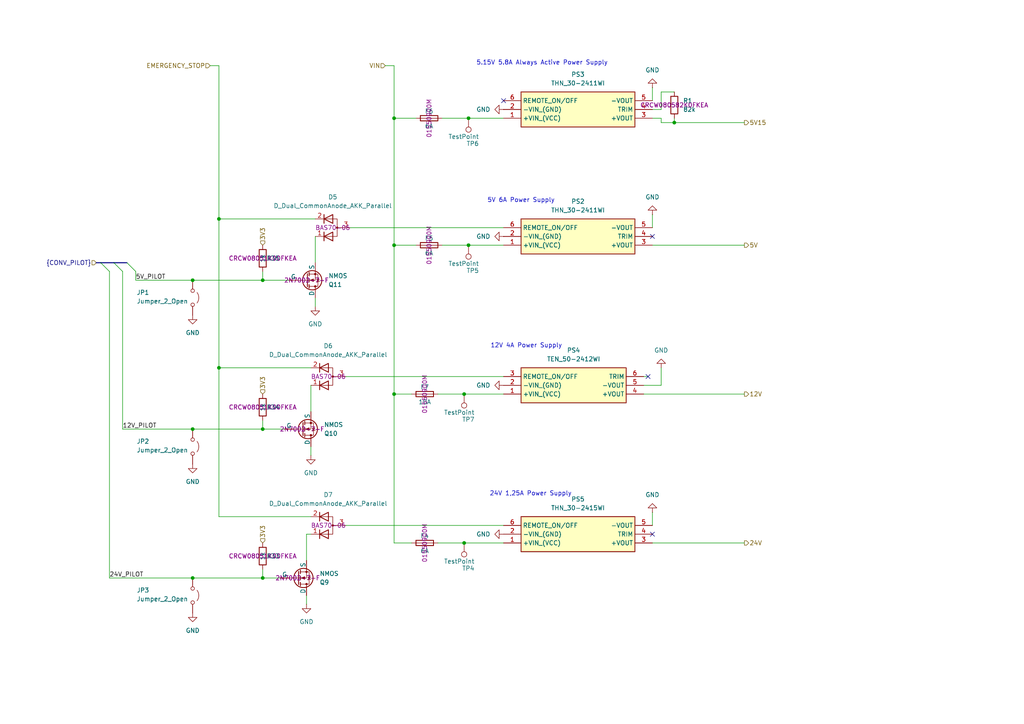
<source format=kicad_sch>
(kicad_sch (version 20250114) (generator "eeschema") (generator_version "9.0")
  (paper "A4")
  (title_block (date "2025-02-10"))
  (lib_symbols
    (symbol "Connector:TestPoint" (pin_numbers (hide yes)) (pin_names (offset 0.762) (hide yes))
      (property "Reference" "TP" (at 0 6.858 0))
      (property "Value" "TestPoint" (at 0 5.08 0))
      (symbol "TestPoint_0_1"
        (circle (center 0 3.302) (radius 0.762))
      )
      (symbol "TestPoint_1_1"
        (pin passive line (at 0 0 90) (length 2.54) (name "1") (number "1"))
      )
    )
    (symbol "D_Dual_CommonAnode_AKK_Parallel_1" (pin_names (offset 0.762) (hide yes))
      (property "Reference" "D5" (at 0 5.842 0))
      (property "Value" "D_Dual_CommonAnode_AKK_Parallel" (at 0 8.382 0))
      (symbol "D_Dual_CommonAnode_AKK_Parallel_1_0_0"
        (polyline (pts (xy 2.54 3.81) (xy 2.54 1.27)) (stroke (width 0.254)))
        (polyline (pts (xy 2.54 -1.27) (xy 2.54 -3.81)) (stroke (width 0.254)))
      )
      (symbol "D_Dual_CommonAnode_AKK_Parallel_1_0_1"
        (circle (center -1.27 0) (radius 0.254) (fill (type outline)))
        (polyline (pts (xy -1.27 0) (xy -2.54 0)))
        (polyline (pts (xy 0 3.81) (xy 2.54 2.54) (xy 0 1.27) (xy 0 3.81) (xy 0 3.81) (xy 0 3.81)) (stroke (width 0.254)))
        (polyline (pts (xy 0 -1.27) (xy 2.54 -2.54) (xy 0 -3.81) (xy 0 -1.27) (xy 0 -1.27) (xy 0 -1.27)) (stroke (width 0.254)))
        (polyline (pts (xy 2.54 2.54) (xy -1.27 2.54) (xy -1.27 -2.54) (xy 2.54 -2.54)))
      )
      (symbol "D_Dual_CommonAnode_AKK_Parallel_1_1_1"
        (pin passive line (at -5.08 0 0) (length 2.54) (name "A") (number "3"))
        (pin passive line (at 5.08 2.54 180) (length 2.54) (name "K") (number "1"))
        (pin passive line (at 5.08 -2.54 180) (length 2.54) (name "K") (number "2"))
      )
    )
    (symbol "D_Dual_CommonAnode_AKK_Parallel_2" (pin_names (offset 0.762) (hide yes))
      (property "Reference" "D6" (at 0.0635 -8.89 0))
      (property "Value" "D_Dual_CommonAnode_AKK_Parallel" (at 0.0635 -6.35 0))
      (symbol "D_Dual_CommonAnode_AKK_Parallel_2_0_0"
        (polyline (pts (xy 2.54 3.81) (xy 2.54 1.27)) (stroke (width 0.254)))
        (polyline (pts (xy 2.54 -1.27) (xy 2.54 -3.81)) (stroke (width 0.254)))
      )
      (symbol "D_Dual_CommonAnode_AKK_Parallel_2_0_1"
        (circle (center -1.27 0) (radius 0.254) (fill (type outline)))
        (polyline (pts (xy -1.27 0) (xy -2.54 0)))
        (polyline (pts (xy 0 3.81) (xy 2.54 2.54) (xy 0 1.27) (xy 0 3.81) (xy 0 3.81) (xy 0 3.81)) (stroke (width 0.254)))
        (polyline (pts (xy 0 -1.27) (xy 2.54 -2.54) (xy 0 -3.81) (xy 0 -1.27) (xy 0 -1.27) (xy 0 -1.27)) (stroke (width 0.254)))
        (polyline (pts (xy 2.54 2.54) (xy -1.27 2.54) (xy -1.27 -2.54) (xy 2.54 -2.54)))
      )
      (symbol "D_Dual_CommonAnode_AKK_Parallel_2_1_1"
        (pin passive line (at -5.08 0 0) (length 2.54) (name "A") (number "3"))
        (pin passive line (at 5.08 2.54 180) (length 2.54) (name "K") (number "1"))
        (pin passive line (at 5.08 -2.54 180) (length 2.54) (name "K") (number "2"))
      )
    )
    (symbol "Device:D_Dual_CommonAnode_AKK_Parallel" (pin_names (offset 0.762) (hide yes))
      (property "Reference" "D7" (at 0.0635 -8.89 0))
      (property "Value" "D_Dual_CommonAnode_AKK_Parallel" (at 0.0635 -6.35 0))
      (symbol "D_Dual_CommonAnode_AKK_Parallel_0_0"
        (polyline (pts (xy 2.54 3.81) (xy 2.54 1.27)) (stroke (width 0.254)))
        (polyline (pts (xy 2.54 -1.27) (xy 2.54 -3.81)) (stroke (width 0.254)))
      )
      (symbol "D_Dual_CommonAnode_AKK_Parallel_0_1"
        (circle (center -1.27 0) (radius 0.254) (fill (type outline)))
        (polyline (pts (xy -1.27 0) (xy -2.54 0)))
        (polyline (pts (xy 0 3.81) (xy 2.54 2.54) (xy 0 1.27) (xy 0 3.81) (xy 0 3.81) (xy 0 3.81)) (stroke (width 0.254)))
        (polyline (pts (xy 0 -1.27) (xy 2.54 -2.54) (xy 0 -3.81) (xy 0 -1.27) (xy 0 -1.27) (xy 0 -1.27)) (stroke (width 0.254)))
        (polyline (pts (xy 2.54 2.54) (xy -1.27 2.54) (xy -1.27 -2.54) (xy 2.54 -2.54)))
      )
      (symbol "D_Dual_CommonAnode_AKK_Parallel_1_1"
        (pin passive line (at -5.08 0 0) (length 2.54) (name "A") (number "3"))
        (pin passive line (at 5.08 2.54 180) (length 2.54) (name "K") (number "1"))
        (pin passive line (at 5.08 -2.54 180) (length 2.54) (name "K") (number "2"))
      )
    )
    (symbol "Device:Fuse" (pin_numbers (hide yes)) (pin_names (offset 0))
      (property "Reference" "F" (at 2.032 0 90))
      (property "Value" "Fuse" (at -1.905 0 90))
      (symbol "Fuse_0_1"
        (rectangle (start -0.762 -2.54) (end 0.762 2.54) (stroke (width 0.254)))
        (polyline (pts (xy 0 2.54) (xy 0 -2.54)))
      )
      (symbol "Fuse_1_1"
        (pin passive line (at 0 3.81 270) (length 1.27) (name "~") (number "1"))
        (pin passive line (at 0 -3.81 90) (length 1.27) (name "~") (number "2"))
      )
    )
    (symbol "Device:R" (pin_numbers (hide yes)) (pin_names (offset 0))
      (property "Reference" "R" (at 2.032 0 90))
      (property "Value" "R" (at 0 0 90))
      (symbol "R_0_1"
        (rectangle (start -1.016 -2.54) (end 1.016 2.54) (stroke (width 0.254)))
      )
      (symbol "R_1_1"
        (pin passive line (at 0 3.81 270) (length 1.27) (name "~") (number "1"))
        (pin passive line (at 0 -3.81 90) (length 1.27) (name "~") (number "2"))
      )
    )
    (symbol "Jumper:Jumper_2_Open" (pin_numbers (hide yes)) (pin_names (offset 0) (hide yes)) (exclude_from_sim yes)
      (property "Reference" "JP" (at 0 2.794 0))
      (property "Value" "Jumper_2_Open" (at 0 -2.286 0))
      (symbol "Jumper_2_Open_0_0"
        (circle (center -2.032 0) (radius 0.508))
        (circle (center 2.032 0) (radius 0.508))
      )
      (symbol "Jumper_2_Open_0_1"
        (arc (start -1.524 1.27) (mid 0 1.778) (end 1.524 1.27))
      )
      (symbol "Jumper_2_Open_1_1"
        (pin passive line (at -5.08 0 0) (length 2.54) (name "A") (number "1"))
        (pin passive line (at 5.08 0 180) (length 2.54) (name "B") (number "2"))
      )
    )
    (symbol "Modelec:TEN_50-2412WI"
      (property "Reference" "PS" (at 36.83 7.62 0))
      (property "Value" "TEN_50-2412WI" (at 36.83 5.08 0))
      (symbol "TEN_50-2412WI_1_1"
        (rectangle (start 5.08 2.54) (end 35.56 -7.62) (stroke (width 0.254)) (fill (type background)))
        (pin passive line (at 0 0 0) (length 5.08) (name "REMOTE_ON/OFF") (number "3"))
        (pin passive line (at 0 -2.54 0) (length 5.08) (name "-VIN_(GND)") (number "2"))
        (pin passive line (at 0 -5.08 0) (length 5.08) (name "+VIN_(VCC)") (number "1"))
        (pin passive line (at 40.64 0 180) (length 5.08) (name "TRIM") (number "6"))
        (pin passive line (at 40.64 -2.54 180) (length 5.08) (name "-VOUT") (number "5"))
        (pin passive line (at 40.64 -5.08 180) (length 5.08) (name "+VOUT") (number "4"))
      )
    )
    (symbol "Modelec:THN_30-1211"
      (property "Reference" "PS" (at 39.37 7.62 0))
      (property "Value" "THN_30-1211" (at 39.37 5.08 0))
      (symbol "THN_30-1211_1_1"
        (rectangle (start 5.08 2.54) (end 38.1 -7.62) (stroke (width 0.254)) (fill (type background)))
        (pin passive line (at 0 0 0) (length 5.08) (name "REMOTE_ON/OFF") (number "6"))
        (pin passive line (at 0 -2.54 0) (length 5.08) (name "-VIN_(GND)") (number "2"))
        (pin passive line (at 0 -5.08 0) (length 5.08) (name "+VIN_(VCC)") (number "1"))
        (pin passive line (at 43.18 0 180) (length 5.08) (name "-VOUT") (number "5"))
        (pin passive line (at 43.18 -2.54 180) (length 5.08) (name "TRIM") (number "4"))
        (pin passive line (at 43.18 -5.08 180) (length 5.08) (name "+VOUT") (number "3"))
      )
    )
    (symbol "Simulation_SPICE:NMOS" (pin_numbers (hide yes)) (pin_names (offset 0))
      (property "Reference" "Q9" (at 6.35 1.2701 0))
      (property "Value" "NMOS" (at 6.35 -1.2699 0))
      (symbol "NMOS_0_1"
        (polyline (pts (xy 0.254 1.905) (xy 0.254 -1.905)) (stroke (width 0.254)))
        (polyline (pts (xy 0.254 0) (xy -2.54 0)))
        (polyline (pts (xy 0.762 2.286) (xy 0.762 1.27)) (stroke (width 0.254)))
        (polyline (pts (xy 0.762 0.508) (xy 0.762 -0.508)) (stroke (width 0.254)))
        (polyline (pts (xy 0.762 -1.27) (xy 0.762 -2.286)) (stroke (width 0.254)))
        (polyline (pts (xy 0.762 -1.778) (xy 3.302 -1.778) (xy 3.302 1.778) (xy 0.762 1.778)))
        (polyline (pts (xy 1.016 0) (xy 2.032 0.381) (xy 2.032 -0.381) (xy 1.016 0)) (fill (type outline)))
        (circle (center 1.651 0) (radius 2.794) (stroke (width 0.254)))
        (polyline (pts (xy 2.54 2.54) (xy 2.54 1.778)))
        (circle (center 2.54 1.778) (radius 0.254) (fill (type outline)))
        (circle (center 2.54 -1.778) (radius 0.254) (fill (type outline)))
        (polyline (pts (xy 2.54 -2.54) (xy 2.54 0) (xy 0.762 0)))
        (polyline (pts (xy 2.794 0.508) (xy 2.921 0.381) (xy 3.683 0.381) (xy 3.81 0.254)))
        (polyline (pts (xy 3.302 0.381) (xy 2.921 -0.254) (xy 3.683 -0.254) (xy 3.302 0.381)))
      )
      (symbol "NMOS_1_1"
        (pin input line (at -5.08 0 0) (length 2.54) (name "G") (number "2"))
        (pin passive line (at 2.54 5.08 270) (length 2.54) (name "D") (number "3"))
        (pin passive line (at 2.54 -5.08 90) (length 2.54) (name "S") (number "1"))
      )
    )
    (symbol "power:GND" (power) (pin_numbers (hide yes)) (pin_names (offset 0) (hide yes))
      (property "Value" "GND" (at 0 -3.81 0))
      (symbol "GND_0_1"
        (polyline (pts (xy 0 0) (xy 0 -1.27) (xy 1.27 -1.27) (xy 0 -2.54) (xy -1.27 -1.27) (xy 0 -1.27)))
      )
      (symbol "GND_1_1"
        (pin power_in line (at 0 0 270) (length 0) (name "~") (number "1"))
      )
    )
  )
  (text "24V 1,25A Power Supply\n" (at 153.924 143.256 0) (effects (font (size 1.27 1.27))))
  (text "12V 4A Power Supply" (at 152.654 100.33 0) (effects (font (size 1.27 1.27))))
  (text "5V 6A Power Supply\n" (at 151.13 58.166 0) (effects (font (size 1.27 1.27))))
  (text "5.15V 5.8A Always Active Power Supply" (at 157.226 18.288 0) (effects (font (size 1.27 1.27))))
  (junction (at 135.89 34.29))
  (junction (at 55.88 167.64))
  (junction (at 195.58 35.56))
  (junction (at 134.62 157.48))
  (junction (at 114.3 71.12))
  (junction (at 55.88 124.46))
  (junction (at 76.2 81.28))
  (junction (at 114.3 114.3))
  (junction (at 63.5 106.68))
  (junction (at 76.2 167.64))
  (junction (at 134.62 114.3))
  (junction (at 135.89 71.12))
  (junction (at 55.88 81.28))
  (junction (at 76.2 124.46))
  (junction (at 114.3 34.29))
  (junction (at 63.5 63.5))
  (no_connect (at 146.05 29.21))
  (no_connect (at 189.23 154.94))
  (no_connect (at 189.23 68.58))
  (no_connect (at 187.96 109.22))
  (bus_entry (at 36.83 76.2) (size 2.54 2.54))
  (bus_entry (at 33.02 76.2) (size 2.54 2.54))
  (bus_entry (at 29.21 76.2) (size 2.54 2.54))
  (wire (pts (xy 114.3 114.3) (xy 114.3 71.12)))
  (wire (pts (xy 63.5 106.68) (xy 63.5 63.5)))
  (wire (pts (xy 191.77 31.75) (xy 189.23 31.75)))
  (wire (pts (xy 128.27 34.29) (xy 135.89 34.29)))
  (wire (pts (xy 63.5 106.68) (xy 63.5 149.86)))
  (bus (pts (xy 33.02 76.2) (xy 36.83 76.2)))
  (wire (pts (xy 191.77 111.76) (xy 186.69 111.76)))
  (wire (pts (xy 63.5 63.5) (xy 91.44 63.5)))
  (wire (pts (xy 100.33 152.4) (xy 146.05 152.4)))
  (wire (pts (xy 119.38 114.3) (xy 114.3 114.3)))
  (wire (pts (xy 31.75 78.74) (xy 31.75 167.64)))
  (bus (pts (xy 27.94 76.2) (xy 29.21 76.2)))
  (wire (pts (xy 191.77 26.67) (xy 195.58 26.67)))
  (wire (pts (xy 76.2 165.1) (xy 76.2 167.64)))
  (wire (pts (xy 189.23 157.48) (xy 215.9 157.48)))
  (wire (pts (xy 135.89 71.12) (xy 146.05 71.12)))
  (wire (pts (xy 187.96 109.22) (xy 186.69 109.22)))
  (wire (pts (xy 191.77 34.29) (xy 189.23 34.29)))
  (wire (pts (xy 114.3 34.29) (xy 114.3 19.05)))
  (wire (pts (xy 114.3 34.29) (xy 120.65 34.29)))
  (wire (pts (xy 134.62 157.48) (xy 146.05 157.48)))
  (wire (pts (xy 111.76 19.05) (xy 114.3 19.05)))
  (wire (pts (xy 63.5 149.86) (xy 90.17 149.86)))
  (wire (pts (xy 76.2 81.28) (xy 83.82 81.28)))
  (wire (pts (xy 90.17 129.54) (xy 90.17 132.08)))
  (wire (pts (xy 191.77 26.67) (xy 191.77 31.75)))
  (wire (pts (xy 90.17 111.76) (xy 90.17 119.38)))
  (bus (pts (xy 29.21 76.2) (xy 33.02 76.2)))
  (wire (pts (xy 195.58 35.56) (xy 195.58 34.29)))
  (wire (pts (xy 114.3 71.12) (xy 120.65 71.12)))
  (wire (pts (xy 60.96 19.05) (xy 63.5 19.05)))
  (wire (pts (xy 88.9 154.94) (xy 88.9 162.56)))
  (wire (pts (xy 191.77 34.29) (xy 191.77 35.56)))
  (wire (pts (xy 35.56 78.74) (xy 35.56 124.46)))
  (wire (pts (xy 101.6 66.04) (xy 146.05 66.04)))
  (wire (pts (xy 39.37 81.28) (xy 55.88 81.28)))
  (wire (pts (xy 189.23 25.4) (xy 189.23 29.21)))
  (wire (pts (xy 76.2 121.92) (xy 76.2 124.46)))
  (wire (pts (xy 189.23 71.12) (xy 215.9 71.12)))
  (wire (pts (xy 91.44 86.36) (xy 91.44 88.9)))
  (wire (pts (xy 91.44 68.58) (xy 91.44 76.2)))
  (wire (pts (xy 114.3 71.12) (xy 114.3 34.29)))
  (wire (pts (xy 186.69 114.3) (xy 215.9 114.3)))
  (wire (pts (xy 31.75 167.64) (xy 55.88 167.64)))
  (wire (pts (xy 88.9 172.72) (xy 88.9 175.26)))
  (wire (pts (xy 76.2 124.46) (xy 82.55 124.46)))
  (wire (pts (xy 63.5 106.68) (xy 90.17 106.68)))
  (wire (pts (xy 127 114.3) (xy 134.62 114.3)))
  (wire (pts (xy 191.77 35.56) (xy 195.58 35.56)))
  (wire (pts (xy 39.37 78.74) (xy 39.37 81.28)))
  (wire (pts (xy 191.77 106.68) (xy 191.77 111.76)))
  (wire (pts (xy 90.17 154.94) (xy 88.9 154.94)))
  (wire (pts (xy 134.62 114.3) (xy 146.05 114.3)))
  (wire (pts (xy 119.38 157.48) (xy 114.3 157.48)))
  (wire (pts (xy 114.3 157.48) (xy 114.3 114.3)))
  (wire (pts (xy 189.23 148.59) (xy 189.23 152.4)))
  (wire (pts (xy 55.88 124.46) (xy 76.2 124.46)))
  (wire (pts (xy 100.33 109.22) (xy 146.05 109.22)))
  (wire (pts (xy 35.56 124.46) (xy 55.88 124.46)))
  (wire (pts (xy 63.5 63.5) (xy 63.5 19.05)))
  (wire (pts (xy 189.23 62.23) (xy 189.23 66.04)))
  (wire (pts (xy 76.2 167.64) (xy 81.28 167.64)))
  (wire (pts (xy 127 157.48) (xy 134.62 157.48)))
  (wire (pts (xy 195.58 35.56) (xy 215.9 35.56)))
  (wire (pts (xy 55.88 81.28) (xy 76.2 81.28)))
  (wire (pts (xy 55.88 167.64) (xy 76.2 167.64)))
  (wire (pts (xy 135.89 34.29) (xy 146.05 34.29)))
  (wire (pts (xy 128.27 71.12) (xy 135.89 71.12)))
  (wire (pts (xy 76.2 78.74) (xy 76.2 81.28)))
  (label "5V_PILOT" (at 39.37 81.28 0))
  (label "24V_PILOT" (at 31.75 167.64 0))
  (label "12V_PILOT" (at 35.56 124.46 0))
  (hierarchical_label "5V" (shape output) (at 215.9 71.12 0))
  (hierarchical_label "{CONV_PILOT}" (shape input) (at 27.94 76.2 180))
  (hierarchical_label "3V3" (shape input) (at 76.2 71.12 90))
  (hierarchical_label "3V3" (shape input) (at 76.2 157.48 90))
  (hierarchical_label "24V" (shape output) (at 215.9 157.48 0))
  (hierarchical_label "3V3" (shape input) (at 76.2 114.3 90))
  (hierarchical_label "VIN" (shape input) (at 111.76 19.05 180))
  (hierarchical_label "12V" (shape output) (at 215.9 114.3 0))
  (hierarchical_label "5V15" (shape output) (at 215.9 35.56 0))
  (hierarchical_label "EMERGENCY_STOP" (shape input) (at 60.96 19.05 180))
  (symbol (lib_id "Simulation_SPICE:NMOS") (at 86.36 167.64 0) (mirror x) (unit 1)
    (property "Reference" "Q9" (at 92.71 168.9101 0) (effects (justify left)))
    (property "Value" "NMOS" (at 92.71 166.3701 0) (effects (justify left)))
    (property "Footprint" "Package_TO_SOT_SMD:SOT-23" (effects (hide yes)))
    (property "Datasheet" "https://www.diodes.com/assets/Datasheets/ds11303.pdf" (effects (hide yes)))
    (property "Description" "N-MOSFET transistor, drain/source/gate" (effects (hide yes)))
    (property "Sim.Device" "NMOS" (effects (hide yes)))
    (property "Sim.Type" "VDMOS" (effects (hide yes)))
    (property "Sim.Pins" "1=D 2=G 3=S" (effects (hide yes)))
    (property "Manufacturer_Part_Number" "2N7002-7-F" (at 86.36 167.64 0))
  )
  (symbol (lib_id "power:GND") (at 55.88 177.8 0) (unit 1)
    (property "Reference" "#PWR068" (effects (hide yes)))
    (property "Value" "GND" (at 55.88 182.88 0))
    (property "Description" "Power symbol creates a global label with name \"GND\" , ground" (effects (hide yes)))
  )
  (symbol (lib_id "Device:R") (at 76.2 118.11 180) (unit 1)
    (property "Reference" "R34" (at 79.248 118.11 0))
    (property "Value" "1k" (at 76.2 118.11 90))
    (property "Footprint" "Resistor_SMD:R_0805_2012Metric_Pad1.20x1.40mm_HandSolder" (effects (hide yes)))
    (property "Datasheet" "https://www.vishay.com/docs/28773/crcwce3.pdf" (effects (hide yes)))
    (property "Description" "Resistor" (effects (hide yes)))
    (property "Manufacturer_Part_Number" "CRCW08051K00FKEA" (at 76.2 118.11 0))
  )
  (symbol (lib_id "Simulation_SPICE:NMOS") (at 88.9 81.28 0) (mirror x) (unit 1)
    (property "Reference" "Q11" (at 95.25 82.5501 0) (effects (justify left)))
    (property "Value" "NMOS" (at 95.25 80.0101 0) (effects (justify left)))
    (property "Footprint" "Package_TO_SOT_SMD:SOT-23" (effects (hide yes)))
    (property "Datasheet" "https://www.diodes.com/assets/Datasheets/ds11303.pdf" (effects (hide yes)))
    (property "Description" "N-MOSFET transistor, drain/source/gate" (effects (hide yes)))
    (property "Sim.Device" "NMOS" (effects (hide yes)))
    (property "Sim.Type" "VDMOS" (effects (hide yes)))
    (property "Sim.Pins" "1=D 2=G 3=S" (effects (hide yes)))
    (property "Manufacturer_Part_Number" "2N7002-7-F" (at 88.9 81.28 0))
  )
  (symbol (lib_id "power:GND") (at 146.05 154.94 270) (unit 1)
    (property "Reference" "#PWR011" (effects (hide yes)))
    (property "Value" "GND" (at 142.24 154.9399 90) (effects (justify right)))
    (property "Description" "Power symbol creates a global label with name \"GND\" , ground" (effects (hide yes)))
  )
  (symbol (lib_id "Modelec:THN_30-1211") (at 146.05 66.04 0) (unit 1)
    (property "Reference" "PS2" (at 167.64 58.42 0))
    (property "Value" "THN_30-2411WI" (at 167.64 60.96 0))
    (property "Footprint" "THN301211" (effects (hide yes)))
    (property "Datasheet" "https://tracopower.com/thn30-datasheet/" (effects (hide yes)))
    (property "Description" "30 Watt DC/DC converter, industrial, 2:1 input, encpasulated, 1.0\" x 1.0\" metal package" (effects (hide yes)))
    (property "Height" "10.4" (effects (hide yes)))
    (property "Manufacturer_Name" "Traco Power" (effects (hide yes)))
    (property "Manufacturer_Part_Number" "THN_30-2411WI" (effects (hide yes)))
    (property "Mouser Part Number" "495-THN-30-1211" (effects (hide yes)))
    (property "Mouser Price/Stock" "https://www.mouser.co.uk/ProductDetail/TRACO-Power/THN-30-1211?qs=ckJk83FOD0XjmIpWKdS%252Buw%3D%3D" (effects (hide yes)))
  )
  (symbol (lib_id "Device:D_Dual_CommonAnode_AKK_Parallel") (at 95.25 152.4 180) (unit 1)
    (property "Reference" "D7" (at 95.1865 143.51 0))
    (property "Value" "D_Dual_CommonAnode_AKK_Parallel" (at 95.1865 146.05 0))
    (property "Footprint" "Package_TO_SOT_SMD:TSOT-23_HandSoldering" (effects (hide yes)))
    (property "Datasheet" "https://diotec.com/request/datasheet/bas70.pdf" (effects (hide yes)))
    (property "Description" "Dual diode, common anode on pin 1" (effects (hide yes)))
    (property "Manufacturer_Part_Number" "BAS70-06" (at 95.25 152.4 0))
  )
  (symbol (lib_id "power:GND") (at 91.44 88.9 0) (unit 1)
    (property "Reference" "#PWR065" (effects (hide yes)))
    (property "Value" "GND" (at 91.44 93.98 0))
    (property "Description" "Power symbol creates a global label with name \"GND\" , ground" (effects (hide yes)))
  )
  (symbol (lib_id "Device:Fuse") (at 124.46 71.12 90) (unit 1)
    (property "Reference" "F5" (at 124.46 69.088 90))
    (property "Value" "6A" (at 124.46 73.406 90))
    (property "Footprint" "Modelec:01550900M" (effects (hide yes)))
    (property "Datasheet" "https://www.littelfuse.com/assetdocs/littelfuse-fuse-154-series-data-sheet?assetguid=a8a8a462-7295-481b-a91b-d770dabf005b" (effects (hide yes)))
    (property "Description" "Fuse holder" (effects (hide yes)))
    (property "Manufacturer_Part_Number" "01550900M" (at 124.46 71.12 0))
  )
  (symbol (lib_id "Modelec:TEN_50-2412WI") (at 146.05 109.22 0) (unit 1)
    (property "Reference" "PS4" (at 166.37 101.6 0))
    (property "Value" "TEN_50-2412WI" (at 166.37 104.14 0))
    (property "Footprint" "TEN_50-2411" (effects (hide yes)))
    (property "Datasheet" "https://tracopower.com/ten50wi-datasheet/" (effects (hide yes)))
    (property "Description" "50 Watt DC/DC converter, industrial, 4:1 input, encapsulated, 2\" x 1\" metal package" (effects (hide yes)))
    (property "Manufacturer_Name" "Traco Power" (effects (hide yes)))
    (property "Manufacturer_Part_Number" "TEN_50-2412WI" (effects (hide yes)))
    (property "Mouser Part Number" "495-TEN50-2412WI" (effects (hide yes)))
    (property "Mouser Price/Stock" "https://www.mouser.co.uk/ProductDetail/TRACO-Power/TEN-50-2412WI?qs=ckJk83FOD0UWWuZIfLoTOg%3D%3D" (effects (hide yes)))
  )
  (symbol (lib_id "Jumper:Jumper_2_Open") (at 55.88 86.36 270) (unit 1) (exclude_from_sim yes)
    (property "Reference" "JP1" (at 39.624 84.836 90) (effects (justify left)))
    (property "Value" "Jumper_2_Open" (at 39.624 87.376 90) (effects (justify left)))
    (property "Footprint" "Connector_PinHeader_1.27mm:PinHeader_1x02_P1.27mm_Vertical" (effects (hide yes)))
    (property "Description" "Jumper, 2-pole, open" (effects (hide yes)))
  )
  (symbol (lib_id "power:GND") (at 189.23 25.4 180) (unit 1)
    (property "Reference" "#PWR019" (effects (hide yes)))
    (property "Value" "GND" (at 189.23 20.32 0))
    (property "Description" "Power symbol creates a global label with name \"GND\" , ground" (effects (hide yes)))
  )
  (symbol (lib_id "power:GND") (at 55.88 134.62 0) (unit 1)
    (property "Reference" "#PWR067" (effects (hide yes)))
    (property "Value" "GND" (at 55.88 139.7 0))
    (property "Description" "Power symbol creates a global label with name \"GND\" , ground" (effects (hide yes)))
  )
  (symbol (lib_id "Device:Fuse") (at 123.19 157.48 90) (unit 1)
    (property "Reference" "F4" (at 123.19 155.448 90))
    (property "Value" "6A" (at 123.19 159.766 90))
    (property "Footprint" "Modelec:01550900M" (effects (hide yes)))
    (property "Datasheet" "https://www.littelfuse.com/assetdocs/littelfuse-fuse-154-series-data-sheet?assetguid=a8a8a462-7295-481b-a91b-d770dabf005b" (effects (hide yes)))
    (property "Description" "Fuse holder" (effects (hide yes)))
    (property "Manufacturer_Part_Number" "01550900M" (at 123.19 157.48 0))
  )
  (symbol (lib_id "Device:R") (at 76.2 161.29 180) (unit 1)
    (property "Reference" "R33" (at 79.248 161.29 0))
    (property "Value" "1k" (at 76.2 161.29 90))
    (property "Footprint" "Resistor_SMD:R_0805_2012Metric_Pad1.20x1.40mm_HandSolder" (effects (hide yes)))
    (property "Datasheet" "https://www.vishay.com/docs/28773/crcwce3.pdf" (effects (hide yes)))
    (property "Description" "Resistor" (effects (hide yes)))
    (property "Manufacturer_Part_Number" "CRCW08051K00FKEA" (at 76.2 161.29 0))
  )
  (symbol (lib_id "Connector:TestPoint") (at 135.89 34.29 180) (unit 1)
    (property "Reference" "TP6" (at 138.938 41.656 0) (effects (justify left)))
    (property "Value" "TestPoint" (at 138.938 39.624 0) (effects (justify left)))
    (property "Footprint" "TestPoint:TestPoint_Pad_D1.5mm" (effects (hide yes)))
    (property "Description" "test point" (effects (hide yes)))
  )
  (symbol (lib_id "power:GND") (at 88.9 175.26 0) (unit 1)
    (property "Reference" "#PWR062" (effects (hide yes)))
    (property "Value" "GND" (at 88.9 180.34 0))
    (property "Description" "Power symbol creates a global label with name \"GND\" , ground" (effects (hide yes)))
  )
  (symbol (lib_id "power:GND") (at 189.23 148.59 180) (unit 1)
    (property "Reference" "#PWR023" (effects (hide yes)))
    (property "Value" "GND" (at 189.23 143.51 0))
    (property "Description" "Power symbol creates a global label with name \"GND\" , ground" (effects (hide yes)))
  )
  (symbol (lib_id "Modelec:THN_30-1211") (at 146.05 152.4 0) (unit 1)
    (property "Reference" "PS5" (at 167.64 144.78 0))
    (property "Value" "THN_30-2415WI" (at 167.64 147.32 0))
    (property "Footprint" "THN301211" (effects (hide yes)))
    (property "Datasheet" "https://tracopower.com/thn30-datasheet/" (effects (hide yes)))
    (property "Description" "30 Watt DC/DC converter, industrial, 2:1 input, encpasulated, 1.0\" x 1.0\" metal package" (effects (hide yes)))
    (property "Height" "10.4" (effects (hide yes)))
    (property "Manufacturer_Name" "Traco Power" (effects (hide yes)))
    (property "Manufacturer_Part_Number" "THN_30-2415WI" (effects (hide yes)))
    (property "Mouser Part Number" "495-THN-30-1211" (effects (hide yes)))
    (property "Mouser Price/Stock" "https://www.mouser.co.uk/ProductDetail/TRACO-Power/THN-30-1211?qs=ckJk83FOD0XjmIpWKdS%252Buw%3D%3D" (effects (hide yes)))
  )
  (symbol (lib_id "Device:R") (at 76.2 74.93 180) (unit 1)
    (property "Reference" "R35" (at 79.248 74.93 0))
    (property "Value" "1k" (at 76.2 74.93 90))
    (property "Footprint" "Resistor_SMD:R_0805_2012Metric_Pad1.20x1.40mm_HandSolder" (effects (hide yes)))
    (property "Datasheet" "https://www.vishay.com/docs/28773/crcwce3.pdf" (effects (hide yes)))
    (property "Description" "Resistor" (effects (hide yes)))
    (property "Manufacturer_Part_Number" "CRCW08051K00FKEA" (at 76.2 74.93 0))
  )
  (symbol (lib_id "power:GND") (at 189.23 62.23 180) (unit 1)
    (property "Reference" "#PWR022" (effects (hide yes)))
    (property "Value" "GND" (at 189.23 57.15 0))
    (property "Description" "Power symbol creates a global label with name \"GND\" , ground" (effects (hide yes)))
  )
  (symbol (lib_id "power:GND") (at 146.05 31.75 270) (unit 1)
    (property "Reference" "#PWR05" (effects (hide yes)))
    (property "Value" "GND" (at 142.24 31.7499 90) (effects (justify right)))
    (property "Description" "Power symbol creates a global label with name \"GND\" , ground" (effects (hide yes)))
  )
  (symbol (lib_id "Jumper:Jumper_2_Open") (at 55.88 172.72 270) (unit 1) (exclude_from_sim yes)
    (property "Reference" "JP3" (at 39.624 171.196 90) (effects (justify left)))
    (property "Value" "Jumper_2_Open" (at 39.624 173.736 90) (effects (justify left)))
    (property "Footprint" "Connector_PinHeader_1.27mm:PinHeader_1x02_P1.27mm_Vertical" (effects (hide yes)))
    (property "Description" "Jumper, 2-pole, open" (effects (hide yes)))
  )
  (symbol (lib_id "Connector:TestPoint") (at 135.89 71.12 180) (unit 1)
    (property "Reference" "TP5" (at 138.938 78.486 0) (effects (justify left)))
    (property "Value" "TestPoint" (at 138.938 76.454 0) (effects (justify left)))
    (property "Footprint" "TestPoint:TestPoint_Pad_D1.5mm" (effects (hide yes)))
    (property "Description" "test point" (effects (hide yes)))
  )
  (symbol (lib_id "power:GND") (at 55.88 91.44 0) (unit 1)
    (property "Reference" "#PWR066" (effects (hide yes)))
    (property "Value" "GND" (at 55.88 96.52 0))
    (property "Description" "Power symbol creates a global label with name \"GND\" , ground" (effects (hide yes)))
  )
  (symbol (lib_id "Jumper:Jumper_2_Open") (at 55.88 129.54 270) (unit 1) (exclude_from_sim yes)
    (property "Reference" "JP2" (at 39.624 128.016 90) (effects (justify left)))
    (property "Value" "Jumper_2_Open" (at 39.624 130.556 90) (effects (justify left)))
    (property "Footprint" "Connector_PinHeader_1.27mm:PinHeader_1x02_P1.27mm_Vertical" (effects (hide yes)))
    (property "Description" "Jumper, 2-pole, open" (effects (hide yes)))
  )
  (symbol (lib_id "Device:R") (at 195.58 30.48 0) (unit 1)
    (property "Reference" "R1" (at 198.12 29.2099 0) (effects (justify left)))
    (property "Value" "82k" (at 198.12 31.7499 0) (effects (justify left)))
    (property "Footprint" "Resistor_SMD:R_0805_2012Metric_Pad1.20x1.40mm_HandSolder" (effects (hide yes)))
    (property "Datasheet" "https://www.vishay.com/docs/28773/crcwce3.pdf" (effects (hide yes)))
    (property "Description" "Resistor" (effects (hide yes)))
    (property "Manufacturer_Part_Number" "CRCW080582K0FKEA" (at 195.58 30.48 0))
  )
  (symbol (lib_id "Connector:TestPoint") (at 134.62 114.3 180) (unit 1)
    (property "Reference" "TP7" (at 137.668 121.666 0) (effects (justify left)))
    (property "Value" "TestPoint" (at 137.668 119.634 0) (effects (justify left)))
    (property "Footprint" "TestPoint:TestPoint_Pad_D1.5mm" (effects (hide yes)))
    (property "Description" "test point" (effects (hide yes)))
  )
  (symbol (lib_id "Simulation_SPICE:NMOS") (at 87.63 124.46 0) (mirror x) (unit 1)
    (property "Reference" "Q10" (at 93.98 125.7301 0) (effects (justify left)))
    (property "Value" "NMOS" (at 93.98 123.1901 0) (effects (justify left)))
    (property "Footprint" "Package_TO_SOT_SMD:SOT-23" (effects (hide yes)))
    (property "Datasheet" "https://www.diodes.com/assets/Datasheets/ds11303.pdf" (effects (hide yes)))
    (property "Description" "N-MOSFET transistor, drain/source/gate" (effects (hide yes)))
    (property "Sim.Device" "NMOS" (effects (hide yes)))
    (property "Sim.Type" "VDMOS" (effects (hide yes)))
    (property "Sim.Pins" "1=D 2=G 3=S" (effects (hide yes)))
    (property "Manufacturer_Part_Number" "2N7002-7-F" (at 87.63 124.46 0))
  )
  (symbol (lib_id "Device:Fuse") (at 124.46 34.29 90) (unit 1)
    (property "Reference" "F6" (at 124.46 32.258 90))
    (property "Value" "6A" (at 124.46 36.576 90))
    (property "Footprint" "Modelec:01550900M" (effects (hide yes)))
    (property "Datasheet" "https://www.littelfuse.com/assetdocs/littelfuse-fuse-154-series-data-sheet?assetguid=a8a8a462-7295-481b-a91b-d770dabf005b" (effects (hide yes)))
    (property "Description" "Fuse holder" (effects (hide yes)))
    (property "Manufacturer_Part_Number" "01550900M" (at 124.46 34.29 0))
  )
  (symbol (lib_name "D_Dual_CommonAnode_AKK_Parallel_2") (lib_id "Device:D_Dual_CommonAnode_AKK_Parallel") (at 95.25 109.22 180) (unit 1)
    (property "Reference" "D6" (at 95.1865 100.33 0))
    (property "Value" "D_Dual_CommonAnode_AKK_Parallel" (at 95.1865 102.87 0))
    (property "Footprint" "Package_TO_SOT_SMD:TSOT-23_HandSoldering" (effects (hide yes)))
    (property "Datasheet" "https://diotec.com/request/datasheet/bas70.pdf" (effects (hide yes)))
    (property "Description" "Dual diode, common anode on pin 1" (effects (hide yes)))
    (property "Manufacturer_Part_Number" "BAS70-06" (at 95.25 109.22 0))
  )
  (symbol (lib_id "power:GND") (at 146.05 68.58 270) (unit 1)
    (property "Reference" "#PWR06" (effects (hide yes)))
    (property "Value" "GND" (at 142.24 68.5799 90) (effects (justify right)))
    (property "Description" "Power symbol creates a global label with name \"GND\" , ground" (effects (hide yes)))
  )
  (symbol (lib_id "Device:Fuse") (at 123.19 114.3 90) (unit 1)
    (property "Reference" "F7" (at 123.19 112.268 90))
    (property "Value" "10A" (at 123.19 116.586 90))
    (property "Footprint" "Modelec:01550900M" (effects (hide yes)))
    (property "Datasheet" "https://www.littelfuse.com/assetdocs/littelfuse-fuse-154-series-data-sheet?assetguid=a8a8a462-7295-481b-a91b-d770dabf005b" (effects (hide yes)))
    (property "Description" "Fuse holder" (effects (hide yes)))
    (property "Manufacturer_Part_Number" "01550900M" (at 123.19 114.3 0))
  )
  (symbol (lib_id "Connector:TestPoint") (at 134.62 157.48 180) (unit 1)
    (property "Reference" "TP4" (at 137.668 164.846 0) (effects (justify left)))
    (property "Value" "TestPoint" (at 137.668 162.814 0) (effects (justify left)))
    (property "Footprint" "TestPoint:TestPoint_Pad_D1.5mm" (effects (hide yes)))
    (property "Description" "test point" (effects (hide yes)))
  )
  (symbol (lib_name "D_Dual_CommonAnode_AKK_Parallel_1") (lib_id "Device:D_Dual_CommonAnode_AKK_Parallel") (at 96.52 66.04 180) (unit 1)
    (property "Reference" "D5" (at 96.52 57.15 0))
    (property "Value" "D_Dual_CommonAnode_AKK_Parallel" (at 96.52 59.69 0))
    (property "Footprint" "Package_TO_SOT_SMD:TSOT-23_HandSoldering" (effects (hide yes)))
    (property "Datasheet" "https://diotec.com/request/datasheet/bas70.pdf" (effects (hide yes)))
    (property "Description" "Dual diode, common anode on pin 1" (effects (hide yes)))
    (property "Manufacturer_Part_Number" "BAS70-06" (at 96.52 66.04 0))
  )
  (symbol (lib_id "power:GND") (at 146.05 111.76 270) (unit 1)
    (property "Reference" "#PWR08" (effects (hide yes)))
    (property "Value" "GND" (at 142.24 111.7599 90) (effects (justify right)))
    (property "Description" "Power symbol creates a global label with name \"GND\" , ground" (effects (hide yes)))
  )
  (symbol (lib_id "power:GND") (at 191.77 106.68 180) (unit 1)
    (property "Reference" "#PWR012" (effects (hide yes)))
    (property "Value" "GND" (at 191.77 101.6 0))
    (property "Description" "Power symbol creates a global label with name \"GND\" , ground" (effects (hide yes)))
  )
  (symbol (lib_id "Modelec:THN_30-1211") (at 146.05 29.21 0) (unit 1)
    (property "Reference" "PS3" (at 167.64 21.59 0))
    (property "Value" "THN_30-2411WI" (at 167.64 24.13 0))
    (property "Footprint" "THN301211" (effects (hide yes)))
    (property "Datasheet" "https://tracopower.com/thn30-datasheet/" (effects (hide yes)))
    (property "Description" "30 Watt DC/DC converter, industrial, 2:1 input, encpasulated, 1.0\" x 1.0\" metal package" (effects (hide yes)))
    (property "Height" "10.4" (effects (hide yes)))
    (property "Manufacturer_Name" "Traco Power" (effects (hide yes)))
    (property "Manufacturer_Part_Number" "THN_30-2411WI" (effects (hide yes)))
    (property "Mouser Part Number" "495-THN-30-1211" (effects (hide yes)))
    (property "Mouser Price/Stock" "https://www.mouser.co.uk/ProductDetail/TRACO-Power/THN-30-1211?qs=ckJk83FOD0XjmIpWKdS%252Buw%3D%3D" (effects (hide yes)))
  )
  (symbol (lib_id "power:GND") (at 90.17 132.08 0) (unit 1)
    (property "Reference" "#PWR064" (effects (hide yes)))
    (property "Value" "GND" (at 90.17 137.16 0))
    (property "Description" "Power symbol creates a global label with name \"GND\" , ground" (effects (hide yes)))
  )
)
</source>
